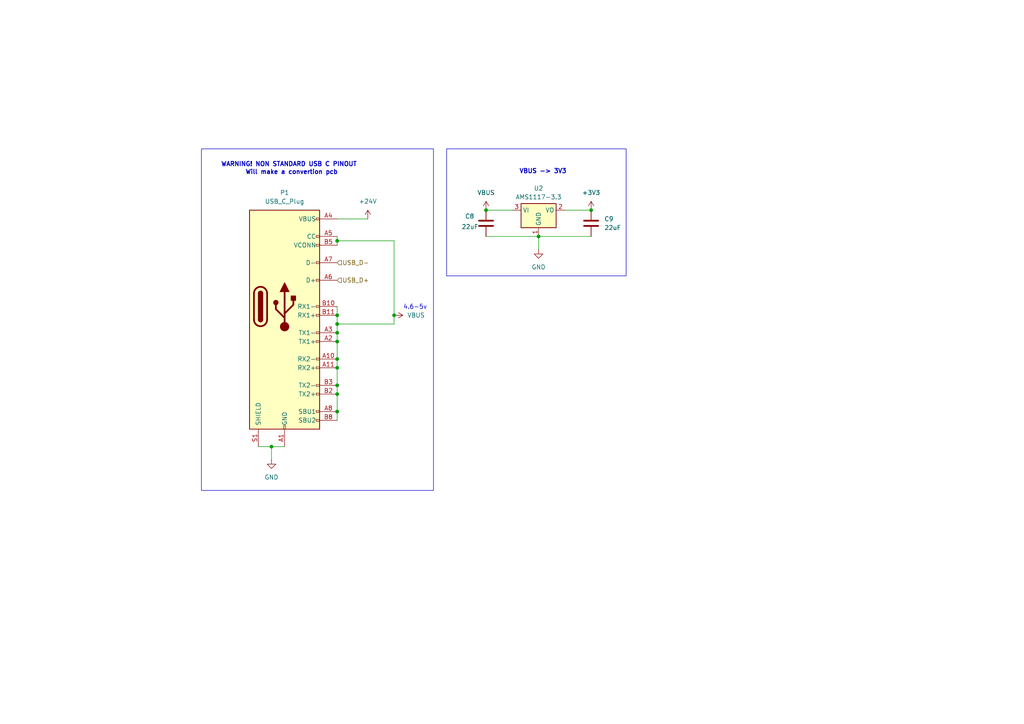
<source format=kicad_sch>
(kicad_sch (version 20250114) (generator "eeschema") (generator_version "9.0")
  (paper "A4")
  (lib_symbols
    (symbol "Connector:USB_C_Plug" (pin_names (offset 1.016))
      (property "Reference" "P" (at -10.16 29.21 0))
      (property "Value" "USB_C_Plug" (at 10.16 29.21 0))
      (symbol "USB_C_Plug_0_0"
        (rectangle (start -0.254 -35.56) (end 0.254 -34.544))
        (rectangle (start 10.16 25.654) (end 9.144 25.146))
        (rectangle (start 10.16 20.574) (end 9.144 20.066))
        (rectangle (start 10.16 18.034) (end 9.144 17.526))
        (rectangle (start 10.16 12.954) (end 9.144 12.446))
        (rectangle (start 10.16 7.874) (end 9.144 7.366))
        (rectangle (start 10.16 0.254) (end 9.144 -0.254))
        (rectangle (start 10.16 -2.286) (end 9.144 -2.794))
        (rectangle (start 10.16 -7.366) (end 9.144 -7.874))
        (rectangle (start 10.16 -9.906) (end 9.144 -10.414))
        (rectangle (start 10.16 -14.986) (end 9.144 -15.494))
        (rectangle (start 10.16 -17.526) (end 9.144 -18.034))
        (rectangle (start 10.16 -22.606) (end 9.144 -23.114))
        (rectangle (start 10.16 -25.146) (end 9.144 -25.654))
        (rectangle (start 10.16 -30.226) (end 9.144 -30.734))
        (rectangle (start 10.16 -32.766) (end 9.144 -33.274))
      )
      (symbol "USB_C_Plug_0_1"
        (rectangle (start -10.16 27.94) (end 10.16 -35.56) (stroke (width 0.254)) (fill (type background)))
        (polyline (pts (xy -8.89 -3.81) (xy -8.89 3.81)) (stroke (width 0.508)))
        (rectangle (start -7.62 -3.81) (end -6.35 3.81) (stroke (width 0.254)) (fill (type outline)))
        (arc (start -7.62 3.81) (mid -6.985 4.4423) (end -6.35 3.81) (stroke (width 0.254)))
        (arc (start -7.62 3.81) (mid -6.985 4.4423) (end -6.35 3.81) (stroke (width 0.254)) (fill (type outline)))
        (arc (start -8.89 3.81) (mid -6.985 5.7067) (end -5.08 3.81) (stroke (width 0.508)))
        (arc (start -5.08 -3.81) (mid -6.985 -5.7067) (end -8.89 -3.81) (stroke (width 0.508)))
        (arc (start -6.35 -3.81) (mid -6.985 -4.4423) (end -7.62 -3.81) (stroke (width 0.254)))
        (arc (start -6.35 -3.81) (mid -6.985 -4.4423) (end -7.62 -3.81) (stroke (width 0.254)) (fill (type outline)))
        (polyline (pts (xy -5.08 3.81) (xy -5.08 -3.81)) (stroke (width 0.508)))
      )
      (symbol "USB_C_Plug_1_1"
        (circle (center -2.54 1.143) (radius 0.635) (stroke (width 0.254)) (fill (type outline)))
        (polyline (pts (xy -1.27 4.318) (xy 0 6.858) (xy 1.27 4.318) (xy -1.27 4.318)) (stroke (width 0.254)) (fill (type outline)))
        (polyline (pts (xy 0 -2.032) (xy 2.54 0.508) (xy 2.54 1.778)) (stroke (width 0.508)))
        (polyline (pts (xy 0 -3.302) (xy -2.54 -0.762) (xy -2.54 0.508)) (stroke (width 0.508)))
        (polyline (pts (xy 0 -5.842) (xy 0 4.318)) (stroke (width 0.508)))
        (circle (center 0 -5.842) (radius 1.27) (fill (type outline)))
        (rectangle (start 1.905 1.778) (end 3.175 3.048) (stroke (width 0.254)) (fill (type outline)))
        (pin passive line (at -7.62 -40.64 90) (length 5.08) (name "SHIELD") (number "S1"))
        (pin passive line (at 0 -40.64 90) (length 5.08) (name "GND") (number "A1"))
        (pin passive line (at 0 -40.64 90) (length 5.08) (hide yes) (name "GND") (number "A12"))
        (pin passive line (at 0 -40.64 90) (length 5.08) (hide yes) (name "GND") (number "B1"))
        (pin passive line (at 0 -40.64 90) (length 5.08) (hide yes) (name "GND") (number "B12"))
        (pin passive line (at 15.24 25.4 180) (length 5.08) (name "VBUS") (number "A4"))
        (pin passive line (at 15.24 25.4 180) (length 5.08) (hide yes) (name "VBUS") (number "A9"))
        (pin passive line (at 15.24 25.4 180) (length 5.08) (hide yes) (name "VBUS") (number "B4"))
        (pin passive line (at 15.24 25.4 180) (length 5.08) (hide yes) (name "VBUS") (number "B9"))
        (pin bidirectional line (at 15.24 20.32 180) (length 5.08) (name "CC") (number "A5"))
        (pin bidirectional line (at 15.24 17.78 180) (length 5.08) (name "VCONN") (number "B5"))
        (pin bidirectional line (at 15.24 12.7 180) (length 5.08) (name "D-") (number "A7"))
        (pin bidirectional line (at 15.24 7.62 180) (length 5.08) (name "D+") (number "A6"))
        (pin bidirectional line (at 15.24 0 180) (length 5.08) (name "RX1-") (number "B10"))
        (pin bidirectional line (at 15.24 -2.54 180) (length 5.08) (name "RX1+") (number "B11"))
        (pin bidirectional line (at 15.24 -7.62 180) (length 5.08) (name "TX1-") (number "A3"))
        (pin bidirectional line (at 15.24 -10.16 180) (length 5.08) (name "TX1+") (number "A2"))
        (pin bidirectional line (at 15.24 -15.24 180) (length 5.08) (name "RX2-") (number "A10"))
        (pin bidirectional line (at 15.24 -17.78 180) (length 5.08) (name "RX2+") (number "A11"))
        (pin bidirectional line (at 15.24 -22.86 180) (length 5.08) (name "TX2-") (number "B3"))
        (pin bidirectional line (at 15.24 -25.4 180) (length 5.08) (name "TX2+") (number "B2"))
        (pin bidirectional line (at 15.24 -30.48 180) (length 5.08) (name "SBU1") (number "A8"))
        (pin bidirectional line (at 15.24 -33.02 180) (length 5.08) (name "SBU2") (number "B8"))
      )
    )
    (symbol "Device:C" (pin_numbers (hide yes)) (pin_names (offset 0.254))
      (property "Reference" "C" (at 0.635 2.54 0))
      (property "Value" "C" (at 0.635 -2.54 0))
      (symbol "C_0_1"
        (polyline (pts (xy -2.032 0.762) (xy 2.032 0.762)) (stroke (width 0.508)))
        (polyline (pts (xy -2.032 -0.762) (xy 2.032 -0.762)) (stroke (width 0.508)))
      )
      (symbol "C_1_1"
        (pin passive line (at 0 3.81 270) (length 2.794) (name "~") (number "1"))
        (pin passive line (at 0 -3.81 90) (length 2.794) (name "~") (number "2"))
      )
    )
    (symbol "Regulator_Linear:AMS1117-3.3"
      (property "Reference" "U" (at -3.81 3.175 0))
      (property "Value" "AMS1117-3.3" (at 0 3.175 0))
      (symbol "AMS1117-3.3_0_1"
        (rectangle (start -5.08 -5.08) (end 5.08 1.905) (stroke (width 0.254)) (fill (type background)))
      )
      (symbol "AMS1117-3.3_1_1"
        (pin power_in line (at -7.62 0 0) (length 2.54) (name "VI") (number "3"))
        (pin power_in line (at 0 -7.62 90) (length 2.54) (name "GND") (number "1"))
        (pin power_out line (at 7.62 0 180) (length 2.54) (name "VO") (number "2"))
      )
    )
    (symbol "power:+24V" (power) (pin_numbers (hide yes)) (pin_names (offset 0) (hide yes))
      (property "Value" "+24V" (at 0 3.556 0))
      (symbol "+24V_0_1"
        (polyline (pts (xy -0.762 1.27) (xy 0 2.54)))
        (polyline (pts (xy 0 2.54) (xy 0.762 1.27)))
        (polyline (pts (xy 0 0) (xy 0 2.54)))
      )
      (symbol "+24V_1_1"
        (pin power_in line (at 0 0 90) (length 0) (name "~") (number "1"))
      )
    )
    (symbol "power:+3V3" (power) (pin_numbers (hide yes)) (pin_names (offset 0) (hide yes))
      (property "Value" "+3V3" (at 0 3.556 0))
      (symbol "+3V3_0_1"
        (polyline (pts (xy -0.762 1.27) (xy 0 2.54)))
        (polyline (pts (xy 0 2.54) (xy 0.762 1.27)))
        (polyline (pts (xy 0 0) (xy 0 2.54)))
      )
      (symbol "+3V3_1_1"
        (pin power_in line (at 0 0 90) (length 0) (name "~") (number "1"))
      )
    )
    (symbol "power:GND" (power) (pin_numbers (hide yes)) (pin_names (offset 0) (hide yes))
      (property "Value" "GND" (at 0 -3.81 0))
      (symbol "GND_0_1"
        (polyline (pts (xy 0 0) (xy 0 -1.27) (xy 1.27 -1.27) (xy 0 -2.54) (xy -1.27 -1.27) (xy 0 -1.27)))
      )
      (symbol "GND_1_1"
        (pin power_in line (at 0 0 270) (length 0) (name "~") (number "1"))
      )
    )
    (symbol "power:VBUS" (power) (pin_numbers (hide yes)) (pin_names (offset 0) (hide yes))
      (property "Value" "VBUS" (at 0 3.556 0))
      (symbol "VBUS_0_1"
        (polyline (pts (xy -0.762 1.27) (xy 0 2.54)))
        (polyline (pts (xy 0 2.54) (xy 0.762 1.27)))
        (polyline (pts (xy 0 0) (xy 0 2.54)))
      )
      (symbol "VBUS_1_1"
        (pin power_in line (at 0 0 90) (length 0) (name "~") (number "1"))
      )
    )
  )
  (rectangle (start 129.54 43.18) (end 181.61 80.01))
  (rectangle (start 58.42 43.18) (end 125.73 142.24))
  (text "VBUS -> 3V3" (at 157.48 49.784 0) (effects (font (size 1.27 1.27) (thickness 0.254) (bold yes))))
  (text "4.6-5v" (at 120.396 89.154 0) (effects (font (size 1.27 1.27))))
  (text "WARNING! NON STANDARD USB C PINOUT" (at 83.82 47.752 0) (effects (font (size 1.27 1.27) (thickness 0.254) (bold yes))))
  (text "Will make a convertion pcb" (at 84.582 50.038 0) (effects (font (size 1.27 1.27) (thickness 0.254) (bold yes))))
  (junction (at 97.79 111.76))
  (junction (at 156.21 68.58))
  (junction (at 114.3 91.44))
  (junction (at 97.79 91.44))
  (junction (at 97.79 104.14))
  (junction (at 97.79 114.3))
  (junction (at 171.45 60.96))
  (junction (at 97.79 99.06))
  (junction (at 97.79 69.85))
  (junction (at 140.97 60.96))
  (junction (at 97.79 119.38))
  (junction (at 78.74 129.54))
  (junction (at 97.79 106.68))
  (junction (at 97.79 96.52))
  (junction (at 97.79 93.98))
  (wire (pts (xy 97.79 93.98) (xy 114.3 93.98)))
  (wire (pts (xy 97.79 63.5) (xy 106.68 63.5)))
  (wire (pts (xy 140.97 60.96) (xy 148.59 60.96)))
  (wire (pts (xy 114.3 91.44) (xy 114.3 69.85)))
  (wire (pts (xy 78.74 129.54) (xy 82.55 129.54)))
  (wire (pts (xy 163.83 60.96) (xy 171.45 60.96)))
  (wire (pts (xy 97.79 114.3) (xy 97.79 119.38)))
  (wire (pts (xy 78.74 129.54) (xy 78.74 133.35)))
  (wire (pts (xy 97.79 68.58) (xy 97.79 69.85)))
  (wire (pts (xy 97.79 69.85) (xy 97.79 71.12)))
  (wire (pts (xy 97.79 99.06) (xy 97.79 104.14)))
  (wire (pts (xy 114.3 69.85) (xy 97.79 69.85)))
  (wire (pts (xy 97.79 106.68) (xy 97.79 111.76)))
  (wire (pts (xy 97.79 119.38) (xy 97.79 121.92)))
  (wire (pts (xy 156.21 68.58) (xy 156.21 72.39)))
  (wire (pts (xy 97.79 104.14) (xy 97.79 106.68)))
  (wire (pts (xy 156.21 68.58) (xy 171.45 68.58)))
  (wire (pts (xy 74.93 129.54) (xy 78.74 129.54)))
  (wire (pts (xy 97.79 88.9) (xy 97.79 91.44)))
  (wire (pts (xy 114.3 93.98) (xy 114.3 91.44)))
  (wire (pts (xy 97.79 93.98) (xy 97.79 96.52)))
  (wire (pts (xy 97.79 91.44) (xy 97.79 93.98)))
  (wire (pts (xy 140.97 68.58) (xy 156.21 68.58)))
  (wire (pts (xy 97.79 96.52) (xy 97.79 99.06)))
  (wire (pts (xy 97.79 111.76) (xy 97.79 114.3)))
  (hierarchical_label "USB_D-" (shape input) (at 97.79 76.2 0))
  (hierarchical_label "USB_D+" (shape input) (at 97.79 81.28 0))
  (symbol (lib_id "Device:C") (at 171.45 64.77 0) (unit 1)
    (property "Reference" "C9" (at 175.26 63.4999 0) (effects (justify left)))
    (property "Value" "22uF" (at 175.26 66.0399 0) (effects (justify left)))
    (property "Description" "Unpolarized capacitor" (effects (hide yes)))
  )
  (symbol (lib_id "Connector:USB_C_Plug") (at 82.55 88.9 0) (unit 1)
    (property "Reference" "P1" (at 82.55 55.88 0))
    (property "Value" "USB_C_Plug" (at 82.55 58.42 0))
    (property "Datasheet" "https://www.usb.org/sites/default/files/documents/usb_type-c.zip" (effects (hide yes)))
    (property "Description" "USB Type-C Plug connector" (effects (hide yes)))
  )
  (symbol (lib_id "Regulator_Linear:AMS1117-3.3") (at 156.21 60.96 0) (unit 1)
    (property "Reference" "U2" (at 156.21 54.61 0))
    (property "Value" "AMS1117-3.3" (at 156.21 57.15 0))
    (property "Footprint" "Package_TO_SOT_SMD:SOT-223-3_TabPin2" (effects (hide yes)))
    (property "Datasheet" "http://www.advanced-monolithic.com/pdf/ds1117.pdf" (effects (hide yes)))
    (property "Description" "1A Low Dropout regulator, positive, 3.3V fixed output, SOT-223" (effects (hide yes)))
  )
  (symbol (lib_id "power:GND") (at 78.74 133.35 0) (unit 1)
    (property "Reference" "#PWR018" (effects (hide yes)))
    (property "Value" "GND" (at 78.74 138.43 0))
    (property "Description" "Power symbol creates a global label with name \"GND\" , ground" (effects (hide yes)))
  )
  (symbol (lib_id "power:VBUS") (at 140.97 60.96 0) (unit 1)
    (property "Reference" "#PWR021" (effects (hide yes)))
    (property "Value" "VBUS" (at 140.97 55.88 0))
    (property "Description" "Power symbol creates a global label with name \"VBUS\"" (effects (hide yes)))
  )
  (symbol (lib_id "power:VBUS") (at 114.3 91.44 270) (unit 1)
    (property "Reference" "#PWR019" (effects (hide yes)))
    (property "Value" "VBUS" (at 118.11 91.4399 90) (effects (justify left)))
    (property "Description" "Power symbol creates a global label with name \"VBUS\"" (effects (hide yes)))
  )
  (symbol (lib_id "Device:C") (at 140.97 64.77 0) (unit 1)
    (property "Reference" "C8" (at 134.874 62.738 0) (effects (justify left)))
    (property "Value" "22uF" (at 133.858 65.786 0) (effects (justify left)))
    (property "Description" "Unpolarized capacitor" (effects (hide yes)))
  )
  (symbol (lib_id "power:+24V") (at 106.68 63.5 0) (unit 1)
    (property "Reference" "#PWR017" (effects (hide yes)))
    (property "Value" "+24V" (at 106.68 58.42 0))
    (property "Description" "Power symbol creates a global label with name \"+24V\"" (effects (hide yes)))
  )
  (symbol (lib_id "power:GND") (at 156.21 72.39 0) (unit 1)
    (property "Reference" "#PWR020" (effects (hide yes)))
    (property "Value" "GND" (at 156.21 77.47 0))
    (property "Description" "Power symbol creates a global label with name \"GND\" , ground" (effects (hide yes)))
  )
  (symbol (lib_id "power:+3V3") (at 171.45 60.96 0) (unit 1)
    (property "Reference" "#PWR022" (effects (hide yes)))
    (property "Value" "+3V3" (at 171.45 55.88 0))
    (property "Description" "Power symbol creates a global label with name \"+3V3\"" (effects (hide yes)))
  )
)
</source>
